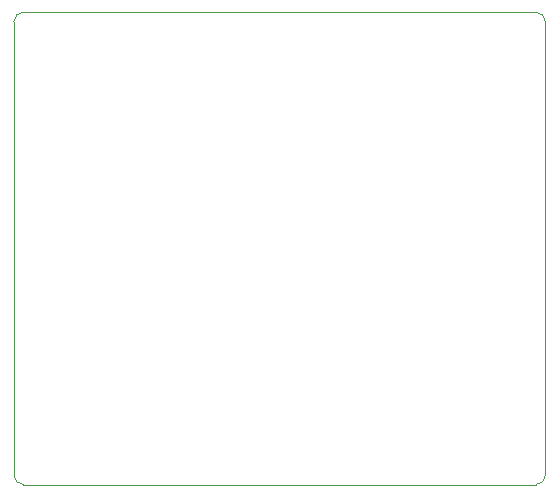
<source format=gm1>
%TF.GenerationSoftware,KiCad,Pcbnew,6.0.11-2627ca5db0~126~ubuntu20.04.1*%
%TF.CreationDate,2023-02-21T17:10:03+08:00*%
%TF.ProjectId,cityscope-can-module,63697479-7363-46f7-9065-2d63616e2d6d,v1.0*%
%TF.SameCoordinates,Original*%
%TF.FileFunction,Profile,NP*%
%FSLAX46Y46*%
G04 Gerber Fmt 4.6, Leading zero omitted, Abs format (unit mm)*
G04 Created by KiCad (PCBNEW 6.0.11-2627ca5db0~126~ubuntu20.04.1) date 2023-02-21 17:10:03*
%MOMM*%
%LPD*%
G01*
G04 APERTURE LIST*
%TA.AperFunction,Profile*%
%ADD10C,0.100000*%
%TD*%
G04 APERTURE END LIST*
D10*
X154000000Y-111200000D02*
G75*
G03*
X154800000Y-112000000I800000J0D01*
G01*
X198200000Y-112000000D02*
G75*
G03*
X199000000Y-111200000I0J800000D01*
G01*
X154000000Y-72800000D02*
X154000000Y-111200000D01*
X154800000Y-72000000D02*
G75*
G03*
X154000000Y-72800000I0J-800000D01*
G01*
X199000000Y-111200000D02*
X199000000Y-72800000D01*
X154800000Y-112000000D02*
X198200000Y-112000000D01*
X199000000Y-72800000D02*
G75*
G03*
X198200000Y-72000000I-800000J0D01*
G01*
X198200000Y-72000000D02*
X154800000Y-72000000D01*
M02*

</source>
